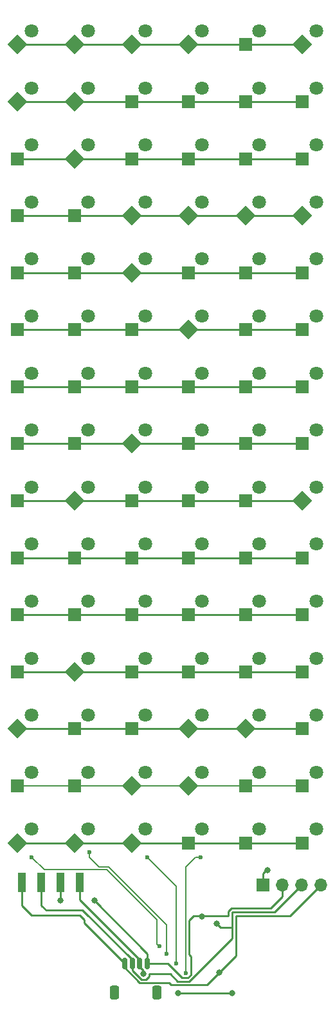
<source format=gbr>
%TF.GenerationSoftware,KiCad,Pcbnew,7.0.6-7.0.6~ubuntu22.04.1*%
%TF.CreationDate,2023-08-02T20:04:38+01:00*%
%TF.ProjectId,working,776f726b-696e-4672-9e6b-696361645f70,rev?*%
%TF.SameCoordinates,Original*%
%TF.FileFunction,Copper,L1,Top*%
%TF.FilePolarity,Positive*%
%FSLAX46Y46*%
G04 Gerber Fmt 4.6, Leading zero omitted, Abs format (unit mm)*
G04 Created by KiCad (PCBNEW 7.0.6-7.0.6~ubuntu22.04.1) date 2023-08-02 20:04:38*
%MOMM*%
%LPD*%
G01*
G04 APERTURE LIST*
G04 Aperture macros list*
%AMRoundRect*
0 Rectangle with rounded corners*
0 $1 Rounding radius*
0 $2 $3 $4 $5 $6 $7 $8 $9 X,Y pos of 4 corners*
0 Add a 4 corners polygon primitive as box body*
4,1,4,$2,$3,$4,$5,$6,$7,$8,$9,$2,$3,0*
0 Add four circle primitives for the rounded corners*
1,1,$1+$1,$2,$3*
1,1,$1+$1,$4,$5*
1,1,$1+$1,$6,$7*
1,1,$1+$1,$8,$9*
0 Add four rect primitives between the rounded corners*
20,1,$1+$1,$2,$3,$4,$5,0*
20,1,$1+$1,$4,$5,$6,$7,0*
20,1,$1+$1,$6,$7,$8,$9,0*
20,1,$1+$1,$8,$9,$2,$3,0*%
%AMRotRect*
0 Rectangle, with rotation*
0 The origin of the aperture is its center*
0 $1 length*
0 $2 width*
0 $3 Rotation angle, in degrees counterclockwise*
0 Add horizontal line*
21,1,$1,$2,0,0,$3*%
G04 Aperture macros list end*
%TA.AperFunction,ComponentPad*%
%ADD10RotRect,1.800000X1.800000X45.000000*%
%TD*%
%TA.AperFunction,ComponentPad*%
%ADD11C,1.800000*%
%TD*%
%TA.AperFunction,SMDPad,CuDef*%
%ADD12RoundRect,0.150000X-0.150000X-0.625000X0.150000X-0.625000X0.150000X0.625000X-0.150000X0.625000X0*%
%TD*%
%TA.AperFunction,SMDPad,CuDef*%
%ADD13RoundRect,0.250000X-0.350000X-0.650000X0.350000X-0.650000X0.350000X0.650000X-0.350000X0.650000X0*%
%TD*%
%TA.AperFunction,ComponentPad*%
%ADD14R,1.700000X1.700000*%
%TD*%
%TA.AperFunction,ComponentPad*%
%ADD15O,1.700000X1.700000*%
%TD*%
%TA.AperFunction,ComponentPad*%
%ADD16R,1.800000X1.800000*%
%TD*%
%TA.AperFunction,SMDPad,CuDef*%
%ADD17R,1.000000X2.500000*%
%TD*%
%TA.AperFunction,ViaPad*%
%ADD18C,0.600000*%
%TD*%
%TA.AperFunction,ViaPad*%
%ADD19C,0.800000*%
%TD*%
%TA.AperFunction,Conductor*%
%ADD20C,0.250000*%
%TD*%
%TA.AperFunction,Conductor*%
%ADD21C,0.200000*%
%TD*%
G04 APERTURE END LIST*
D10*
%TO.P,L74,1,K*%
%TO.N,/col_13*%
X-12116000Y36634000D03*
D11*
%TO.P,L74,2,A*%
%TO.N,/row_2*%
X-10319949Y38430051D03*
%TD*%
D10*
%TO.P,L17,1,K*%
%TO.N,/col_3*%
X10384000Y-38366000D03*
D11*
%TO.P,L17,2,A*%
%TO.N,/row_5*%
X12180051Y-36569949D03*
%TD*%
D10*
%TO.P,L88,1,K*%
%TO.N,/col_15*%
X2884000Y51634000D03*
D11*
%TO.P,L88,2,A*%
%TO.N,/row_4*%
X4680051Y53430051D03*
%TD*%
D10*
%TO.P,L90,1,K*%
%TO.N,/col_15*%
X17884000Y51634000D03*
D11*
%TO.P,L90,2,A*%
%TO.N,/row_6*%
X19680051Y53430051D03*
%TD*%
D10*
%TO.P,L10,1,K*%
%TO.N,/col_2*%
X2884000Y-45866000D03*
D11*
%TO.P,L10,2,A*%
%TO.N,/row_4*%
X4680051Y-44069949D03*
%TD*%
D12*
%TO.P,J3,1,Pin_1*%
%TO.N,/clk*%
X-5540000Y-69215000D03*
%TO.P,J3,2,Pin_2*%
%TO.N,/data*%
X-4540000Y-69215000D03*
%TO.P,J3,3,Pin_3*%
%TO.N,+5V*%
X-3540000Y-69215000D03*
%TO.P,J3,4,Pin_4*%
%TO.N,GND*%
X-2540000Y-69215000D03*
D13*
%TO.P,J3,MP*%
%TO.N,N/C*%
X-6840000Y-73090000D03*
X-1240000Y-73090000D03*
%TD*%
D10*
%TO.P,L70,1,K*%
%TO.N,/col_12*%
X2884000Y29134000D03*
D11*
%TO.P,L70,2,A*%
%TO.N,/row_4*%
X4680051Y30930051D03*
%TD*%
D10*
%TO.P,L80,1,K*%
%TO.N,/col_14*%
X-12116000Y44134000D03*
D11*
%TO.P,L80,2,A*%
%TO.N,/row_2*%
X-10319949Y45930051D03*
%TD*%
D10*
%TO.P,L13,1,K*%
%TO.N,/col_3*%
X-19616000Y-38366000D03*
D11*
%TO.P,L13,2,A*%
%TO.N,/row_1*%
X-17819949Y-36569949D03*
%TD*%
D10*
%TO.P,L9,1,K*%
%TO.N,/col_2*%
X-4616000Y-45866000D03*
D11*
%TO.P,L9,2,A*%
%TO.N,/row_3*%
X-2819949Y-44069949D03*
%TD*%
D14*
%TO.P,J2,1,Pin_1*%
%TO.N,+5V*%
X12700000Y-58928000D03*
D15*
%TO.P,J2,2,Pin_2*%
%TO.N,GND*%
X15240000Y-58928000D03*
%TO.P,J2,3,Pin_3*%
%TO.N,/data*%
X17780000Y-58928000D03*
%TO.P,J2,4,Pin_4*%
%TO.N,/clk*%
X20320000Y-58928000D03*
%TD*%
D10*
%TO.P,L86,1,K*%
%TO.N,/col_15*%
X-12116000Y51634000D03*
D11*
%TO.P,L86,2,A*%
%TO.N,/row_2*%
X-10319949Y53430051D03*
%TD*%
D10*
%TO.P,L71,1,K*%
%TO.N,/col_12*%
X10384000Y29134000D03*
D11*
%TO.P,L71,2,A*%
%TO.N,/row_5*%
X12180051Y30930051D03*
%TD*%
D10*
%TO.P,L69,1,K*%
%TO.N,/col_12*%
X-4616000Y29134000D03*
D11*
%TO.P,L69,2,A*%
%TO.N,/row_3*%
X-2819949Y30930051D03*
%TD*%
D10*
%TO.P,L72,1,K*%
%TO.N,/col_12*%
X17884000Y29134000D03*
D11*
%TO.P,L72,2,A*%
%TO.N,/row_6*%
X19680051Y30930051D03*
%TD*%
D10*
%TO.P,L63,1,K*%
%TO.N,/col_11*%
X-4616000Y21634000D03*
D11*
%TO.P,L63,2,A*%
%TO.N,/row_3*%
X-2819949Y23430051D03*
%TD*%
D10*
%TO.P,L20,1,K*%
%TO.N,/col_4*%
X-12116000Y-30866000D03*
D11*
%TO.P,L20,2,A*%
%TO.N,/row_2*%
X-10319949Y-29069949D03*
%TD*%
D10*
%TO.P,L87,1,K*%
%TO.N,/col_15*%
X-4616000Y51634000D03*
D11*
%TO.P,L87,2,A*%
%TO.N,/row_3*%
X-2819949Y53430051D03*
%TD*%
D10*
%TO.P,L58,1,K*%
%TO.N,/col_10*%
X2884000Y14134000D03*
D11*
%TO.P,L58,2,A*%
%TO.N,/row_4*%
X4680051Y15930051D03*
%TD*%
D10*
%TO.P,L42,1,K*%
%TO.N,/col_7*%
X17884000Y-8366000D03*
D11*
%TO.P,L42,2,A*%
%TO.N,/row_6*%
X19680051Y-6569949D03*
%TD*%
D10*
%TO.P,L16,1,K*%
%TO.N,/col_3*%
X2884000Y-38366000D03*
D11*
%TO.P,L16,2,A*%
%TO.N,/row_4*%
X4680051Y-36569949D03*
%TD*%
D10*
%TO.P,L79,1,K*%
%TO.N,/col_14*%
X-19616000Y44134000D03*
D11*
%TO.P,L79,2,A*%
%TO.N,/row_1*%
X-17819949Y45930051D03*
%TD*%
D10*
%TO.P,L45,1,K*%
%TO.N,/col_8*%
X-4616000Y-866000D03*
D11*
%TO.P,L45,2,A*%
%TO.N,/row_3*%
X-2819949Y930051D03*
%TD*%
D10*
%TO.P,L38,1,K*%
%TO.N,/col_7*%
X-12116000Y-8366000D03*
D11*
%TO.P,L38,2,A*%
%TO.N,/row_2*%
X-10319949Y-6569949D03*
%TD*%
D10*
%TO.P,L85,1,K*%
%TO.N,/col_15*%
X-19616000Y51634000D03*
D11*
%TO.P,L85,2,A*%
%TO.N,/row_1*%
X-17819949Y53430051D03*
%TD*%
D10*
%TO.P,L1,1,K*%
%TO.N,/col_1*%
X-19616000Y-53366000D03*
D11*
%TO.P,L1,2,A*%
%TO.N,/row_1*%
X-17819949Y-51569949D03*
%TD*%
D16*
%TO.P,L61,1,K*%
%TO.N,/col_11*%
X-19616000Y21634000D03*
D11*
%TO.P,L61,2,A*%
%TO.N,/row_1*%
X-17819949Y23430051D03*
%TD*%
D16*
%TO.P,L89,1,K*%
%TO.N,/col_15*%
X10384000Y51634000D03*
D11*
%TO.P,L89,2,A*%
%TO.N,/row_5*%
X12180051Y53430051D03*
%TD*%
D16*
%TO.P,L4,1,K*%
%TO.N,/col_1*%
X2884000Y-53366000D03*
D11*
%TO.P,L4,2,A*%
%TO.N,/row_4*%
X4680051Y-51569949D03*
%TD*%
D16*
%TO.P,L50,1,K*%
%TO.N,/col_9*%
X-12116000Y6634000D03*
D11*
%TO.P,L50,2,A*%
%TO.N,/row_2*%
X-10319949Y8430051D03*
%TD*%
D16*
%TO.P,L75,1,K*%
%TO.N,/col_13*%
X-4616000Y36634000D03*
D11*
%TO.P,L75,2,A*%
%TO.N,/row_3*%
X-2819949Y38430051D03*
%TD*%
D10*
%TO.P,L3,1,K*%
%TO.N,/col_1*%
X-4616000Y-53366000D03*
D11*
%TO.P,L3,2,A*%
%TO.N,/row_3*%
X-2819949Y-51569949D03*
%TD*%
D16*
%TO.P,L76,1,K*%
%TO.N,/col_13*%
X2884000Y36634000D03*
D11*
%TO.P,L76,2,A*%
%TO.N,/row_4*%
X4680051Y38430051D03*
%TD*%
D16*
%TO.P,L27,1,K*%
%TO.N,/col_5*%
X-4616000Y-23366000D03*
D11*
%TO.P,L27,2,A*%
%TO.N,/row_3*%
X-2819949Y-21569949D03*
%TD*%
D16*
%TO.P,L7,1,K*%
%TO.N,/col_2*%
X-19616000Y-45866000D03*
D11*
%TO.P,L7,2,A*%
%TO.N,/row_1*%
X-17819949Y-44069949D03*
%TD*%
D16*
%TO.P,L64,1,K*%
%TO.N,/col_11*%
X2884000Y21634000D03*
D11*
%TO.P,L64,2,A*%
%TO.N,/row_4*%
X4680051Y23430051D03*
%TD*%
D16*
%TO.P,L35,1,K*%
%TO.N,/col_6*%
X10384000Y-15866000D03*
D11*
%TO.P,L35,2,A*%
%TO.N,/row_5*%
X12180051Y-14069949D03*
%TD*%
D16*
%TO.P,L12,1,K*%
%TO.N,/col_2*%
X17884000Y-45866000D03*
D11*
%TO.P,L12,2,A*%
%TO.N,/row_6*%
X19680051Y-44069949D03*
%TD*%
D16*
%TO.P,L65,1,K*%
%TO.N,/col_11*%
X10384000Y21634000D03*
D11*
%TO.P,L65,2,A*%
%TO.N,/row_5*%
X12180051Y23430051D03*
%TD*%
D16*
%TO.P,L53,1,K*%
%TO.N,/col_9*%
X10384000Y6634000D03*
D11*
%TO.P,L53,2,A*%
%TO.N,/row_5*%
X12180051Y8430051D03*
%TD*%
D16*
%TO.P,L60,1,K*%
%TO.N,/col_10*%
X17884000Y14134000D03*
D11*
%TO.P,L60,2,A*%
%TO.N,/row_6*%
X19680051Y15930051D03*
%TD*%
D16*
%TO.P,L78,1,K*%
%TO.N,/col_13*%
X17884000Y36634000D03*
D11*
%TO.P,L78,2,A*%
%TO.N,/row_6*%
X19680051Y38430051D03*
%TD*%
D16*
%TO.P,L23,1,K*%
%TO.N,/col_4*%
X10384000Y-30866000D03*
D11*
%TO.P,L23,2,A*%
%TO.N,/row_5*%
X12180051Y-29069949D03*
%TD*%
D16*
%TO.P,L41,1,K*%
%TO.N,/col_7*%
X10384000Y-8366000D03*
D11*
%TO.P,L41,2,A*%
%TO.N,/row_5*%
X12180051Y-6569949D03*
%TD*%
D16*
%TO.P,L83,1,K*%
%TO.N,/col_14*%
X10384000Y44134000D03*
D11*
%TO.P,L83,2,A*%
%TO.N,/row_5*%
X12180051Y45930051D03*
%TD*%
D10*
%TO.P,L2,1,K*%
%TO.N,/col_1*%
X-12116000Y-53366000D03*
D11*
%TO.P,L2,2,A*%
%TO.N,/row_2*%
X-10319949Y-51569949D03*
%TD*%
D16*
%TO.P,L15,1,K*%
%TO.N,/col_3*%
X-4616000Y-38366000D03*
D11*
%TO.P,L15,2,A*%
%TO.N,/row_3*%
X-2819949Y-36569949D03*
%TD*%
D16*
%TO.P,L6,1,K*%
%TO.N,/col_1*%
X17884000Y-53366000D03*
D11*
%TO.P,L6,2,A*%
%TO.N,/row_6*%
X19680051Y-51569949D03*
%TD*%
D16*
%TO.P,L22,1,K*%
%TO.N,/col_4*%
X2884000Y-30866000D03*
D11*
%TO.P,L22,2,A*%
%TO.N,/row_4*%
X4680051Y-29069949D03*
%TD*%
D16*
%TO.P,L48,1,K*%
%TO.N,/col_8*%
X17884000Y-866000D03*
D11*
%TO.P,L48,2,A*%
%TO.N,/row_6*%
X19680051Y930051D03*
%TD*%
D16*
%TO.P,L55,1,K*%
%TO.N,/col_10*%
X-19616000Y14134000D03*
D11*
%TO.P,L55,2,A*%
%TO.N,/row_1*%
X-17819949Y15930051D03*
%TD*%
D16*
%TO.P,L66,1,K*%
%TO.N,/col_11*%
X17884000Y21634000D03*
D11*
%TO.P,L66,2,A*%
%TO.N,/row_6*%
X19680051Y23430051D03*
%TD*%
D16*
%TO.P,L5,1,K*%
%TO.N,/col_1*%
X10384000Y-53366000D03*
D11*
%TO.P,L5,2,A*%
%TO.N,/row_5*%
X12180051Y-51569949D03*
%TD*%
D16*
%TO.P,L34,1,K*%
%TO.N,/col_6*%
X2884000Y-15866000D03*
D11*
%TO.P,L34,2,A*%
%TO.N,/row_4*%
X4680051Y-14069949D03*
%TD*%
D16*
%TO.P,L30,1,K*%
%TO.N,/col_5*%
X17884000Y-23366000D03*
D11*
%TO.P,L30,2,A*%
%TO.N,/row_6*%
X19680051Y-21569949D03*
%TD*%
D16*
%TO.P,L59,1,K*%
%TO.N,/col_10*%
X10384000Y14134000D03*
D11*
%TO.P,L59,2,A*%
%TO.N,/row_5*%
X12180051Y15930051D03*
%TD*%
D16*
%TO.P,L11,1,K*%
%TO.N,/col_2*%
X10384000Y-45866000D03*
D11*
%TO.P,L11,2,A*%
%TO.N,/row_5*%
X12180051Y-44069949D03*
%TD*%
D16*
%TO.P,L46,1,K*%
%TO.N,/col_8*%
X2884000Y-866000D03*
D11*
%TO.P,L46,2,A*%
%TO.N,/row_4*%
X4680051Y930051D03*
%TD*%
D16*
%TO.P,L82,1,K*%
%TO.N,/col_14*%
X2884000Y44134000D03*
D11*
%TO.P,L82,2,A*%
%TO.N,/row_4*%
X4680051Y45930051D03*
%TD*%
D16*
%TO.P,L19,1,K*%
%TO.N,/col_4*%
X-19616000Y-30866000D03*
D11*
%TO.P,L19,2,A*%
%TO.N,/row_1*%
X-17819949Y-29069949D03*
%TD*%
D16*
%TO.P,L73,1,K*%
%TO.N,/col_13*%
X-19616000Y36634000D03*
D11*
%TO.P,L73,2,A*%
%TO.N,/row_1*%
X-17819949Y38430051D03*
%TD*%
D16*
%TO.P,L44,1,K*%
%TO.N,/col_8*%
X-12116000Y-866000D03*
D11*
%TO.P,L44,2,A*%
%TO.N,/row_2*%
X-10319949Y930051D03*
%TD*%
D16*
%TO.P,L33,1,K*%
%TO.N,/col_6*%
X-4616000Y-15866000D03*
D11*
%TO.P,L33,2,A*%
%TO.N,/row_3*%
X-2819949Y-14069949D03*
%TD*%
D16*
%TO.P,L21,1,K*%
%TO.N,/col_4*%
X-4616000Y-30866000D03*
D11*
%TO.P,L21,2,A*%
%TO.N,/row_3*%
X-2819949Y-29069949D03*
%TD*%
D16*
%TO.P,L31,1,K*%
%TO.N,/col_6*%
X-19616000Y-15866000D03*
D11*
%TO.P,L31,2,A*%
%TO.N,/row_1*%
X-17819949Y-14069949D03*
%TD*%
D16*
%TO.P,L25,1,K*%
%TO.N,/col_5*%
X-19616000Y-23366000D03*
D11*
%TO.P,L25,2,A*%
%TO.N,/row_1*%
X-17819949Y-21569949D03*
%TD*%
D16*
%TO.P,L40,1,K*%
%TO.N,/col_7*%
X2884000Y-8366000D03*
D11*
%TO.P,L40,2,A*%
%TO.N,/row_4*%
X4680051Y-6569949D03*
%TD*%
D16*
%TO.P,L24,1,K*%
%TO.N,/col_4*%
X17884000Y-30866000D03*
D11*
%TO.P,L24,2,A*%
%TO.N,/row_6*%
X19680051Y-29069949D03*
%TD*%
D16*
%TO.P,L57,1,K*%
%TO.N,/col_10*%
X-4616000Y14134000D03*
D11*
%TO.P,L57,2,A*%
%TO.N,/row_3*%
X-2819949Y15930051D03*
%TD*%
D16*
%TO.P,L43,1,K*%
%TO.N,/col_8*%
X-19616000Y-866000D03*
D11*
%TO.P,L43,2,A*%
%TO.N,/row_1*%
X-17819949Y930051D03*
%TD*%
D16*
%TO.P,L36,1,K*%
%TO.N,/col_6*%
X17884000Y-15866000D03*
D11*
%TO.P,L36,2,A*%
%TO.N,/row_6*%
X19680051Y-14069949D03*
%TD*%
D16*
%TO.P,L77,1,K*%
%TO.N,/col_13*%
X10384000Y36634000D03*
D11*
%TO.P,L77,2,A*%
%TO.N,/row_5*%
X12180051Y38430051D03*
%TD*%
D16*
%TO.P,L51,1,K*%
%TO.N,/col_9*%
X-4616000Y6634000D03*
D11*
%TO.P,L51,2,A*%
%TO.N,/row_3*%
X-2819949Y8430051D03*
%TD*%
D16*
%TO.P,L8,1,K*%
%TO.N,/col_2*%
X-12116000Y-45866000D03*
D11*
%TO.P,L8,2,A*%
%TO.N,/row_2*%
X-10319949Y-44069949D03*
%TD*%
D16*
%TO.P,L49,1,K*%
%TO.N,/col_9*%
X-19616000Y6634000D03*
D11*
%TO.P,L49,2,A*%
%TO.N,/row_1*%
X-17819949Y8430051D03*
%TD*%
D16*
%TO.P,L18,1,K*%
%TO.N,/col_3*%
X17884000Y-38366000D03*
D11*
%TO.P,L18,2,A*%
%TO.N,/row_6*%
X19680051Y-36569949D03*
%TD*%
D16*
%TO.P,L14,1,K*%
%TO.N,/col_3*%
X-12116000Y-38366000D03*
D11*
%TO.P,L14,2,A*%
%TO.N,/row_2*%
X-10319949Y-36569949D03*
%TD*%
D16*
%TO.P,L28,1,K*%
%TO.N,/col_5*%
X2884000Y-23366000D03*
D11*
%TO.P,L28,2,A*%
%TO.N,/row_4*%
X4680051Y-21569949D03*
%TD*%
D16*
%TO.P,L37,1,K*%
%TO.N,/col_7*%
X-19616000Y-8366000D03*
D11*
%TO.P,L37,2,A*%
%TO.N,/row_1*%
X-17819949Y-6569949D03*
%TD*%
D17*
%TO.P,J1,1,Pin_1*%
%TO.N,+5V*%
X-11430000Y-58610000D03*
%TO.P,J1,2,Pin_2*%
%TO.N,GND*%
X-13970000Y-58610000D03*
%TO.P,J1,3,Pin_3*%
%TO.N,/data*%
X-16510000Y-58610000D03*
%TO.P,J1,4,Pin_4*%
%TO.N,/clk*%
X-19050000Y-58610000D03*
%TD*%
D16*
%TO.P,L81,1,K*%
%TO.N,/col_14*%
X-4616000Y44134000D03*
D11*
%TO.P,L81,2,A*%
%TO.N,/row_3*%
X-2819949Y45930051D03*
%TD*%
D16*
%TO.P,L29,1,K*%
%TO.N,/col_5*%
X10384000Y-23366000D03*
D11*
%TO.P,L29,2,A*%
%TO.N,/row_5*%
X12180051Y-21569949D03*
%TD*%
D16*
%TO.P,L52,1,K*%
%TO.N,/col_9*%
X2884000Y6634000D03*
D11*
%TO.P,L52,2,A*%
%TO.N,/row_4*%
X4680051Y8430051D03*
%TD*%
D16*
%TO.P,L84,1,K*%
%TO.N,/col_14*%
X17884000Y44134000D03*
D11*
%TO.P,L84,2,A*%
%TO.N,/row_6*%
X19680051Y45930051D03*
%TD*%
D16*
%TO.P,L56,1,K*%
%TO.N,/col_10*%
X-12116000Y14134000D03*
D11*
%TO.P,L56,2,A*%
%TO.N,/row_2*%
X-10319949Y15930051D03*
%TD*%
D16*
%TO.P,L32,1,K*%
%TO.N,/col_6*%
X-12116000Y-15866000D03*
D11*
%TO.P,L32,2,A*%
%TO.N,/row_2*%
X-10319949Y-14069949D03*
%TD*%
D16*
%TO.P,L39,1,K*%
%TO.N,/col_7*%
X-4616000Y-8366000D03*
D11*
%TO.P,L39,2,A*%
%TO.N,/row_3*%
X-2819949Y-6569949D03*
%TD*%
D16*
%TO.P,L26,1,K*%
%TO.N,/col_5*%
X-12116000Y-23366000D03*
D11*
%TO.P,L26,2,A*%
%TO.N,/row_2*%
X-10319949Y-21569949D03*
%TD*%
D16*
%TO.P,L47,1,K*%
%TO.N,/col_8*%
X10384000Y-866000D03*
D11*
%TO.P,L47,2,A*%
%TO.N,/row_5*%
X12180051Y930051D03*
%TD*%
D16*
%TO.P,L62,1,K*%
%TO.N,/col_11*%
X-12116000Y21634000D03*
D11*
%TO.P,L62,2,A*%
%TO.N,/row_2*%
X-10319949Y23430051D03*
%TD*%
D16*
%TO.P,L68,1,K*%
%TO.N,/col_12*%
X-12116000Y29134000D03*
D11*
%TO.P,L68,2,A*%
%TO.N,/row_2*%
X-10319949Y30930051D03*
%TD*%
D16*
%TO.P,L54,1,K*%
%TO.N,/col_9*%
X17884000Y6634000D03*
D11*
%TO.P,L54,2,A*%
%TO.N,/row_6*%
X19680051Y8430051D03*
%TD*%
D16*
%TO.P,L67,1,K*%
%TO.N,/col_12*%
X-19616000Y29134000D03*
D11*
%TO.P,L67,2,A*%
%TO.N,/row_1*%
X-17819949Y30930051D03*
%TD*%
D18*
%TO.N,/row_1*%
X-955391Y-66989609D03*
X-17780000Y-55245000D03*
%TO.N,/row_2*%
X-10160000Y-54610000D03*
X0Y-67945000D03*
%TO.N,/row_3*%
X1270000Y-69215000D03*
X-2540000Y-55245000D03*
%TO.N,/row_4*%
X2540000Y-70485000D03*
X4445000Y-55245000D03*
D19*
%TO.N,GND*%
X-13970000Y-60960000D03*
X-9525000Y-60960000D03*
X4650000Y-63095000D03*
%TO.N,/data*%
X6604000Y-64008000D03*
%TO.N,/clk*%
X6920500Y-70422198D03*
%TO.N,+5V*%
X1524000Y-73152000D03*
X13258122Y-56946122D03*
X8636000Y-73152000D03*
X-3048000Y-70612000D03*
%TD*%
D20*
%TO.N,/col_1*%
X-19616000Y-53366000D02*
X17884000Y-53366000D01*
D21*
%TO.N,/row_1*%
X-16110000Y-56915000D02*
X-7855000Y-56915000D01*
X-1270000Y-66675000D02*
X-955391Y-66989609D01*
X-17780000Y-55245000D02*
X-16110000Y-56915000D01*
X-1270000Y-63500000D02*
X-1270000Y-66675000D01*
X-7855000Y-56915000D02*
X-1270000Y-63500000D01*
%TO.N,/row_2*%
X0Y-64135000D02*
X0Y-67945000D01*
X-8890000Y-56515000D02*
X-7620000Y-56515000D01*
X-10160000Y-55245000D02*
X-10160000Y-54610000D01*
X-8890000Y-56515000D02*
X-10160000Y-55245000D01*
X-7620000Y-56515000D02*
X0Y-64135000D01*
%TO.N,/row_3*%
X-2540000Y-55245000D02*
X1270000Y-59055000D01*
X1270000Y-59055000D02*
X1270000Y-69215000D01*
%TO.N,/row_4*%
X3810000Y-55245000D02*
X2540000Y-56515000D01*
X4445000Y-55245000D02*
X3810000Y-55245000D01*
X2540000Y-56515000D02*
X2540000Y-70485000D01*
D20*
%TO.N,/col_12*%
X-19616000Y29134000D02*
X17884000Y29134000D01*
%TO.N,/col_13*%
X-19616000Y36634000D02*
X17884000Y36634000D01*
%TO.N,/col_14*%
X17884000Y44134000D02*
X-19616000Y44134000D01*
%TO.N,/col_15*%
X-19616000Y51634000D02*
X17884000Y51634000D01*
%TO.N,GND*%
X8128000Y-62355604D02*
X8128000Y-62992000D01*
X15240000Y-58928000D02*
X15240000Y-60452000D01*
X2788884Y-71120000D02*
X3165000Y-70743884D01*
X4753000Y-62992000D02*
X4650000Y-63095000D01*
X13716000Y-61976000D02*
X8507604Y-61976000D01*
X2032000Y-71120000D02*
X2788884Y-71120000D01*
X2965000Y-63583000D02*
X3556000Y-62992000D01*
X3556000Y-62992000D02*
X4547000Y-62992000D01*
X15240000Y-60452000D02*
X13716000Y-61976000D01*
X-13970000Y-60960000D02*
X-13970000Y-58610000D01*
X3165000Y-70743884D02*
X3165000Y-68272000D01*
X-2540000Y-69215000D02*
X127000Y-69215000D01*
X-2540000Y-67945000D02*
X-9525000Y-60960000D01*
X3165000Y-68272000D02*
X2965000Y-68072000D01*
X8128000Y-62992000D02*
X4753000Y-62992000D01*
X4547000Y-62992000D02*
X4650000Y-63095000D01*
X8507604Y-61976000D02*
X8128000Y-62355604D01*
X-2540000Y-69215000D02*
X-2540000Y-67945000D01*
X127000Y-69215000D02*
X2032000Y-71120000D01*
X2965000Y-68072000D02*
X2965000Y-63583000D01*
%TO.N,/data*%
X-4540000Y-69215000D02*
X-4540000Y-68768249D01*
X1466000Y-71570000D02*
X2975280Y-71570000D01*
X-4540000Y-68768249D02*
X-11078249Y-62230000D01*
X14224000Y-62484000D02*
X17780000Y-58928000D01*
X8636000Y-64516000D02*
X8636000Y-62484000D01*
X8636000Y-64516000D02*
X7112000Y-64516000D01*
X-2323000Y-70612000D02*
X508000Y-70612000D01*
X2975280Y-71570000D02*
X8636000Y-65909280D01*
X7112000Y-64516000D02*
X6604000Y-64008000D01*
X-3348305Y-71337000D02*
X-2747695Y-71337000D01*
X-4540000Y-69215000D02*
X-4540000Y-70145305D01*
X-11078249Y-62230000D02*
X-15875000Y-62230000D01*
X-4540000Y-70145305D02*
X-3348305Y-71337000D01*
X-16510000Y-61595000D02*
X-16510000Y-58610000D01*
X8636000Y-65909280D02*
X8636000Y-64516000D01*
X508000Y-70612000D02*
X1466000Y-71570000D01*
X8636000Y-62484000D02*
X14224000Y-62484000D01*
X-15875000Y-62230000D02*
X-16510000Y-61595000D01*
X-2323000Y-70912305D02*
X-2323000Y-70612000D01*
X-2747695Y-71337000D02*
X-2323000Y-70912305D01*
%TO.N,/clk*%
X582000Y-72020000D02*
X5324396Y-72020000D01*
X-5540000Y-69781701D02*
X-3534701Y-71787000D01*
X349000Y-71787000D02*
X582000Y-72020000D01*
X6922198Y-70422198D02*
X6920500Y-70422198D01*
X5324396Y-72020000D02*
X6922198Y-70422198D01*
X9144000Y-62992000D02*
X16256000Y-62992000D01*
X-19050000Y-61595000D02*
X-19050000Y-58610000D01*
X-3534701Y-71787000D02*
X349000Y-71787000D01*
X16256000Y-62992000D02*
X20320000Y-58928000D01*
X-10830000Y-63465000D02*
X-11430000Y-62865000D01*
X-10830000Y-63925000D02*
X-10830000Y-63465000D01*
X-11430000Y-62865000D02*
X-17780000Y-62865000D01*
X-5540000Y-69215000D02*
X-5540000Y-69781701D01*
X-5540000Y-69215000D02*
X-10830000Y-63925000D01*
X6922198Y-70422198D02*
X9144000Y-68200396D01*
X-17780000Y-62865000D02*
X-19050000Y-61595000D01*
X9144000Y-68200396D02*
X9144000Y-62992000D01*
%TO.N,+5V*%
X-3540000Y-68768249D02*
X-11430000Y-60878249D01*
X12700000Y-57404000D02*
X13208000Y-56896000D01*
X-3540000Y-69215000D02*
X-3540000Y-69661751D01*
X8636000Y-73152000D02*
X1524000Y-73152000D01*
X-3048000Y-70153751D02*
X-3048000Y-70612000D01*
X-3540000Y-69215000D02*
X-3540000Y-68768249D01*
X-3540000Y-69661751D02*
X-3048000Y-70153751D01*
X12700000Y-58928000D02*
X12700000Y-57404000D01*
X13208000Y-56896000D02*
X13258122Y-56946122D01*
X-11430000Y-60878249D02*
X-11430000Y-58610000D01*
D21*
%TO.N,/col_2*%
X-19616000Y-45866000D02*
X17884000Y-45866000D01*
D20*
%TO.N,/col_3*%
X-19616000Y-38366000D02*
X17884000Y-38366000D01*
%TO.N,/col_4*%
X-19616000Y-30866000D02*
X17884000Y-30866000D01*
%TO.N,/col_5*%
X-19616000Y-23366000D02*
X17884000Y-23366000D01*
%TO.N,/col_6*%
X-19616000Y-15866000D02*
X17884000Y-15866000D01*
%TO.N,/col_7*%
X-19616000Y-8366000D02*
X17884000Y-8366000D01*
%TO.N,/col_8*%
X-19616000Y-866000D02*
X17884000Y-866000D01*
%TO.N,/col_9*%
X-19616000Y6634000D02*
X17884000Y6634000D01*
%TO.N,/col_10*%
X-19616000Y14134000D02*
X17884000Y14134000D01*
%TO.N,/col_11*%
X-19616000Y21634000D02*
X17884000Y21634000D01*
%TD*%
M02*

</source>
